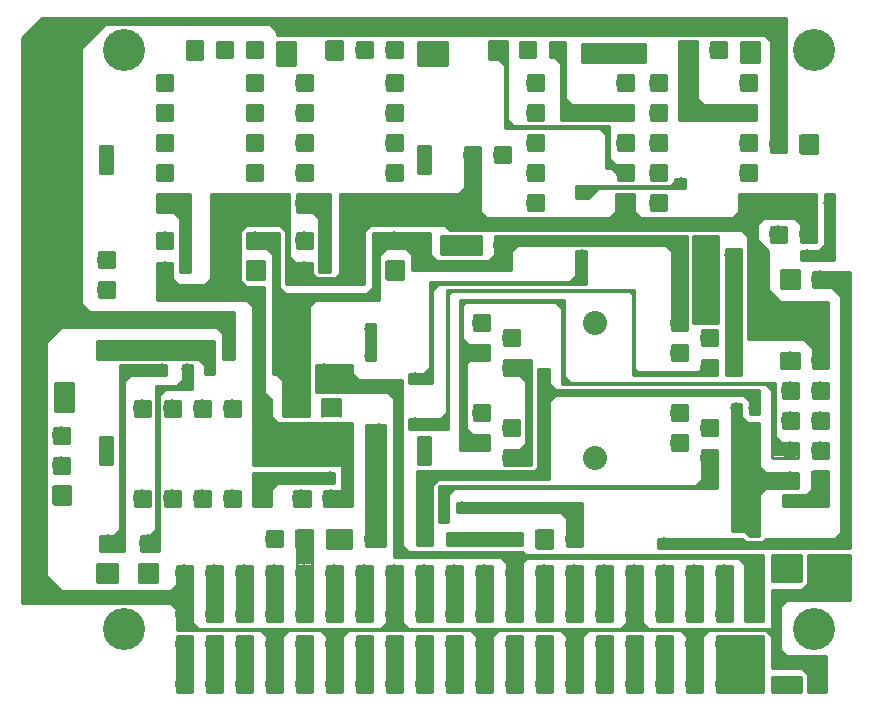
<source format=gtl>
*%FSLAX23Y23*%
*%MOIN*%
G01*
%ADD11C,0.001*%
%ADD12C,0.006*%
%ADD13C,0.007*%
%ADD14C,0.007*%
%ADD15C,0.008*%
%ADD16C,0.010*%
%ADD17C,0.012*%
%ADD18C,0.015*%
%ADD19C,0.020*%
%ADD20C,0.030*%
%ADD21C,0.040*%
%ADD22C,0.048*%
%ADD23C,0.060*%
%ADD24C,0.068*%
%ADD25C,0.070*%
%ADD26C,0.080*%
%ADD27C,0.088*%
%ADD28C,0.120*%
%ADD29C,0.140*%
%ADD30C,0.148*%
%ADD31C,0.180*%
%ADD32R,0.005X0.005*%
%ADD33R,0.009X0.009*%
%ADD34R,0.010X0.010*%
%ADD35R,0.015X0.015*%
%ADD36R,0.019X0.019*%
%ADD37R,0.020X0.020*%
%ADD38R,0.025X0.025*%
%ADD39R,0.029X0.029*%
%ADD40R,0.030X0.030*%
%ADD41R,0.030X0.030*%
%ADD42R,0.034X0.034*%
%ADD43R,0.035X0.035*%
%ADD44R,0.035X0.035*%
%ADD45R,0.035X0.050*%
%ADD46R,0.038X0.038*%
%ADD47R,0.039X0.039*%
%ADD48R,0.040X0.040*%
%ADD49R,0.043X0.043*%
%ADD50R,0.043X0.058*%
%ADD51R,0.045X0.045*%
%ADD52R,0.049X0.049*%
%ADD53R,0.050X0.035*%
%ADD54R,0.050X0.050*%
%ADD55R,0.055X0.055*%
%ADD56R,0.058X0.043*%
%ADD57R,0.059X0.059*%
%ADD58R,0.060X0.050*%
%ADD59R,0.060X0.060*%
%ADD60R,0.060X0.060*%
%ADD61R,0.065X0.065*%
%ADD62R,0.068X0.058*%
%ADD63R,0.068X0.068*%
%ADD64R,0.070X0.070*%
%ADD65R,0.075X0.075*%
%ADD66R,0.079X0.079*%
%ADD67R,0.080X0.080*%
%ADD68R,0.085X0.085*%
%ADD69R,0.090X0.090*%
%ADD70R,0.095X0.095*%
%ADD71R,0.105X0.105*%
%ADD72R,0.115X0.115*%
%ADD73R,0.120X0.120*%
%ADD74R,0.125X0.125*%
%ADD75R,0.140X0.140*%
%ADD76R,0.155X0.155*%
%ADD77R,0.185X0.185*%
D16*
X8730Y9037D02*
X8740Y9047D01*
X11220D01*
X8690Y8987D02*
Y8982D01*
X8695D02*
Y8995D01*
X8700Y8999D02*
Y8982D01*
X8705D02*
Y9007D01*
X8710D02*
Y8982D01*
X8715D02*
Y9014D01*
X8720Y9017D02*
Y8982D01*
X8725D02*
Y9022D01*
X8730Y9037D02*
Y8982D01*
X8755D02*
X8675D01*
Y8907D01*
Y8982D02*
X8730Y9037D01*
X8755D01*
X8805Y8017D02*
X8755Y7967D01*
Y7977D02*
X8795Y8017D01*
X8755Y7187D02*
X8805Y7137D01*
X8795D02*
X8755Y7177D01*
Y7167D02*
X8785Y7137D01*
X8675Y8907D02*
X8755Y8987D01*
Y8982D02*
X8680Y8907D01*
X8675D01*
X8685D02*
X8755Y8977D01*
Y8967D02*
X8695Y8907D01*
X8705D02*
X8755Y8957D01*
Y8947D02*
X8715Y8907D01*
X8725D02*
X8755Y8937D01*
Y8927D02*
X8735Y8907D01*
X8745D02*
X8755Y8917D01*
Y8907D02*
X8675D01*
Y7097D01*
X8755Y8062D02*
Y9037D01*
X8675Y7097D02*
X9180D01*
X8870Y8067D02*
Y9027D01*
X9415Y6962D02*
Y6827D01*
X9525Y7007D02*
X9690D01*
X9715Y6982D02*
Y6962D01*
X9525Y7007D02*
X9230D01*
X9290Y6987D02*
X9340D01*
X9290D02*
Y6802D01*
X9340D01*
Y6987D01*
X9390D02*
X9440D01*
X9390D02*
Y6802D01*
X9440D01*
Y6987D01*
X9490D02*
X9540D01*
X9490D02*
Y6802D01*
X9540D01*
Y6987D01*
X9590D02*
X9640D01*
X9590D02*
Y6802D01*
X9640D01*
Y6987D01*
X9690D02*
X9740D01*
X9690D02*
Y6802D01*
X9740D01*
Y6987D01*
X9790D02*
X9840D01*
X9790D02*
Y6802D01*
X9840D01*
Y6987D01*
X9890D02*
X9940D01*
X9890D02*
Y6802D01*
X9940D01*
Y6987D01*
X9990D02*
X10040D01*
X9990D02*
Y6802D01*
X10040D01*
Y6987D01*
X10090D02*
X10140D01*
X10090D02*
Y6802D01*
X10140D01*
Y6987D01*
X10190D02*
X10240D01*
X10190D02*
Y6802D01*
X10240D01*
Y6987D01*
X10290D02*
X10340D01*
X10290D02*
Y6802D01*
X10340D01*
Y6987D01*
X10390D02*
X10440D01*
X10390D02*
Y6802D01*
X10440D01*
Y6987D01*
X10490D02*
X10540D01*
X10490D02*
Y6802D01*
X10540D01*
Y6987D01*
X10590D02*
X10640D01*
X10590D02*
Y6802D01*
X10640D01*
Y6987D01*
X10690D02*
X10740D01*
X10690D02*
Y6802D01*
X10740D01*
Y6987D01*
X10790D02*
X10840D01*
X10790D02*
Y6802D01*
X10840D01*
Y6987D01*
X10890D02*
X10940D01*
X10890D02*
Y6802D01*
X10940D01*
Y6987D01*
X10990D02*
Y6802D01*
X11090D02*
X11140D01*
X11145D02*
Y6987D01*
X11140Y7222D02*
X11090D01*
X11085D02*
Y7037D01*
X11090D02*
X11140D01*
X11145D02*
Y7222D01*
X11040D02*
X10990D01*
Y7037D01*
X11040D01*
Y7222D01*
X10940D02*
X10890D01*
Y7037D01*
X10940D01*
Y7222D01*
X10840D02*
X10790D01*
Y7037D01*
X10840D01*
Y7222D01*
X10740D02*
X10690D01*
Y7037D01*
X10740D01*
Y7222D01*
X10640D02*
X10590D01*
Y7037D01*
X10640D01*
Y7222D01*
X10540D02*
X10490D01*
Y7037D01*
X10540D01*
Y7222D01*
X10440D02*
X10390D01*
Y7037D01*
X10440D01*
Y7222D01*
X10340D02*
X10290D01*
Y7037D01*
X10340D01*
Y7222D01*
X10240D02*
X10190D01*
Y7037D01*
X10240D01*
Y7222D01*
X10140D02*
X10090D01*
Y7037D01*
X10140D01*
Y7222D01*
X10040D02*
X9990D01*
Y7037D01*
X10040D01*
Y7222D01*
X9940D02*
X9890D01*
Y7037D01*
X9940D01*
Y7222D01*
X9840D02*
X9790D01*
Y7037D01*
X9840D01*
Y7222D01*
X9740D02*
X9690D01*
Y7037D01*
X9740D01*
Y7222D01*
X9640D02*
X9590D01*
Y7037D01*
X9640D01*
Y7222D01*
X9540D02*
X9490D01*
Y7037D01*
X9540D01*
Y7222D01*
X9440D02*
X9390D01*
Y7037D01*
X9440D01*
Y7222D01*
X9340D02*
X9290D01*
Y7037D01*
X9340D01*
Y7222D01*
X9240D02*
X9190D01*
Y7037D01*
X9240D01*
Y7222D01*
Y6987D02*
X9190D01*
Y6802D01*
X9240D01*
Y6987D01*
X11315Y7707D02*
X11335D01*
X9150Y8182D02*
Y8207D01*
X9640Y7342D02*
Y7222D01*
X9590D02*
Y7342D01*
X9445Y7422D02*
Y7532D01*
X9715D01*
Y7497D01*
X9505D01*
Y7422D02*
X9445D01*
X9505D02*
Y7497D01*
Y7487D02*
X9515Y7497D01*
X9525D02*
X9505Y7477D01*
X9635Y7472D02*
Y7422D01*
Y7472D02*
X9580D01*
Y7422D01*
X9635D01*
X9505Y7777D02*
X9445D01*
X9505D02*
Y7697D01*
X9445Y7777D02*
Y7557D01*
X9740D01*
Y7472D01*
X9680D01*
Y7422D01*
X9775D01*
Y7697D01*
X9505D01*
Y7707D02*
X9515Y7697D01*
X9525D02*
X9505Y7717D01*
X9580Y7722D02*
X9630D01*
Y8067D01*
X9190Y7137D02*
X8755D01*
X9180D02*
X9190Y7147D01*
Y7157D02*
X9170Y7137D01*
X9180Y7097D02*
X9190Y7087D01*
Y7077D02*
X9170Y7097D01*
X8765Y7137D02*
X8755Y7147D01*
Y7157D02*
X8775Y7137D01*
X9325Y8917D02*
X9375D01*
X9325D02*
Y8967D01*
X9375D01*
Y8917D01*
X9425D02*
X9475D01*
X9425D02*
Y8967D01*
X9475D01*
Y8917D01*
Y8807D02*
X9425D01*
Y8857D01*
X9475D01*
Y8807D01*
X9175D02*
X9125D01*
Y8857D01*
X9175D01*
Y8807D01*
X9590D02*
X9640D01*
X9590D02*
Y8857D01*
X9640D01*
Y8807D01*
Y8707D02*
X9590D01*
Y8757D01*
X9640D01*
Y8707D01*
X9475D02*
X9425D01*
Y8757D01*
X9475D01*
Y8707D01*
Y8607D02*
X9425D01*
Y8657D01*
X9475D01*
Y8607D01*
X9590D02*
X9640D01*
X9590D02*
Y8657D01*
X9640D01*
Y8607D01*
Y8507D02*
X9590D01*
Y8557D01*
X9640D01*
Y8507D01*
X9475D02*
X9425D01*
Y8557D01*
X9475D01*
Y8507D01*
X9175Y8607D02*
X9125D01*
Y8657D01*
X9175D01*
Y8607D01*
Y8707D02*
X9125D01*
Y8757D01*
X9175D01*
Y8707D01*
Y8507D02*
X9125D01*
Y8557D01*
X9175D01*
Y8507D01*
Y8282D02*
X9125D01*
Y8332D01*
X9175D01*
Y8282D01*
Y8182D02*
X9125D01*
Y8232D01*
X9175D01*
Y8182D01*
X9590D02*
X9640D01*
X9590D02*
Y8232D01*
X9640D01*
Y8182D01*
X9475Y8282D02*
X9425D01*
Y8332D01*
X9475D01*
Y8282D01*
X9590D02*
X9640D01*
X9590D02*
Y8332D01*
X9640D01*
Y8282D01*
X9890D02*
X9940D01*
X9890D02*
Y8332D01*
X9940D01*
Y8282D01*
X8980Y8217D02*
X8930D01*
Y8267D01*
X8980D01*
Y8217D01*
Y8117D02*
X8930D01*
Y8167D01*
X8980D01*
Y8117D01*
X10335Y8917D02*
X10385D01*
X10335D02*
Y8967D01*
X10385D01*
Y8917D01*
X10435D02*
X10485D01*
X10435D02*
Y8967D01*
X10485D01*
Y8917D01*
X9840D02*
X9790D01*
Y8967D01*
X9840D01*
Y8917D01*
X9890D02*
X9940D01*
X9890D02*
Y8967D01*
X9940D01*
Y8917D01*
Y8807D02*
X9890D01*
Y8857D01*
X9940D01*
Y8807D01*
Y8707D02*
X9890D01*
Y8757D01*
X9940D01*
Y8707D01*
Y8607D02*
X9890D01*
Y8657D01*
X9940D01*
Y8607D01*
Y8507D02*
X9890D01*
Y8557D01*
X9940D01*
Y8507D01*
X10250Y8567D02*
X10300D01*
X10250D02*
Y8617D01*
X10300D01*
Y8567D01*
X10360Y8407D02*
X10410D01*
X10360D02*
Y8457D01*
X10410D01*
Y8407D01*
Y8507D02*
X10360D01*
Y8557D01*
X10410D01*
Y8507D01*
Y8607D02*
X10360D01*
Y8657D01*
X10410D01*
Y8607D01*
Y8707D02*
X10360D01*
Y8757D01*
X10410D01*
Y8707D01*
Y8807D02*
X10360D01*
Y8857D01*
X10410D01*
Y8807D01*
X10660D02*
X10710D01*
X10660D02*
Y8857D01*
X10710D01*
Y8807D01*
Y8707D02*
X10660D01*
Y8757D01*
X10710D01*
Y8707D01*
Y8607D02*
X10660D01*
Y8657D01*
X10710D01*
Y8607D01*
Y8507D02*
X10660D01*
Y8557D01*
X10710D01*
Y8507D01*
X10770Y8407D02*
X10820D01*
X10770D02*
Y8457D01*
X10820D01*
Y8407D01*
Y8507D02*
X10770D01*
Y8557D01*
X10820D01*
Y8507D01*
Y8607D02*
X10770D01*
Y8657D01*
X10820D01*
Y8607D01*
Y8707D02*
X10770D01*
Y8757D01*
X10820D01*
Y8707D01*
Y8807D02*
X10770D01*
Y8857D01*
X10820D01*
Y8807D01*
X11070D02*
X11120D01*
X11070D02*
Y8857D01*
X11120D01*
Y8807D01*
Y8707D02*
X11070D01*
Y8757D01*
X11120D01*
Y8707D01*
Y8607D02*
X11070D01*
Y8657D01*
X11120D01*
Y8607D01*
Y8507D02*
X11070D01*
Y8557D01*
X11120D01*
Y8507D01*
X11170Y8302D02*
X11220D01*
X11170D02*
Y8352D01*
X11220D01*
Y8302D01*
X11270D02*
X11320D01*
X11270D02*
Y8352D01*
X11320D01*
Y8302D01*
X11260Y7782D02*
X11210D01*
Y7832D01*
X11260D01*
Y7782D01*
X11310D02*
X11360D01*
X11310D02*
Y7832D01*
X11360D01*
Y7782D01*
X11260Y7682D02*
X11210D01*
Y7732D01*
X11260D01*
Y7682D01*
X11310Y7582D02*
X11360D01*
X11310D02*
Y7632D01*
X11360D01*
Y7582D01*
Y7682D02*
X11310D01*
Y7732D01*
X11360D01*
Y7682D01*
X11260Y7632D02*
Y7582D01*
Y7532D02*
X11210D01*
X11260D02*
Y7482D01*
X10890Y8007D02*
X10840D01*
Y8057D01*
X10890D01*
Y8007D01*
Y7907D02*
X10840D01*
Y7957D01*
X10890D01*
Y7907D01*
X10940Y7957D02*
X10990D01*
X10940D02*
Y8007D01*
X10990D01*
Y7957D01*
Y7857D02*
X10940D01*
Y7907D01*
X10990D01*
Y7857D01*
X10890Y7707D02*
X10840D01*
Y7757D01*
X10890D01*
Y7707D01*
X10940Y7657D02*
X10990D01*
X10940D02*
Y7707D01*
X10990D01*
Y7657D01*
X10890Y7607D02*
X10840D01*
Y7657D01*
X10890D01*
Y7607D01*
X10940D02*
X10990D01*
X10230Y8007D02*
X10180D01*
Y8057D01*
X10230D01*
Y8007D01*
Y7957D02*
Y7907D01*
X10280Y7957D02*
X10330D01*
X10280D02*
Y8007D01*
X10330D01*
Y7957D01*
X10280Y7907D02*
Y7857D01*
Y7657D02*
X10330D01*
X10280D02*
Y7707D01*
X10330D01*
Y7657D01*
X10230Y7707D02*
X10180D01*
Y7757D01*
X10230D01*
Y7707D01*
Y7657D02*
X10180D01*
X10280Y7607D02*
Y7557D01*
X9540Y7287D02*
X9490D01*
Y7337D01*
X9540D01*
Y7287D01*
X9820D02*
Y7337D01*
X10490Y7287D02*
X10540D01*
X8985Y7272D02*
X8935D01*
Y7322D01*
X8985D01*
Y7272D01*
X9070D02*
X9120D01*
X9070D02*
Y7322D01*
X9120D01*
Y7272D01*
X8830Y7532D02*
X8780D01*
Y7582D01*
X8830D01*
Y7532D01*
Y7632D02*
X8780D01*
Y7682D01*
X8830D01*
Y7632D01*
X9050Y7422D02*
X9100D01*
X9050D02*
Y7472D01*
X9100D01*
Y7422D01*
X9150D02*
X9200D01*
X9150D02*
Y7472D01*
X9200D01*
Y7422D01*
X9250D02*
X9300D01*
X9250D02*
Y7472D01*
X9300D01*
Y7422D01*
X9350D02*
X9400D01*
X9350D02*
Y7472D01*
X9400D01*
Y7422D01*
Y7722D02*
X9350D01*
Y7772D01*
X9400D01*
Y7722D01*
X9300D02*
X9250D01*
Y7772D01*
X9300D01*
Y7722D01*
X9200D02*
X9150D01*
Y7772D01*
X9200D01*
Y7722D01*
X9100D02*
X9050D01*
Y7772D01*
X9100D01*
Y7722D01*
X8935Y8532D02*
Y8622D01*
Y8532D02*
X8975D01*
Y8622D01*
X8935D01*
X9995Y7652D02*
Y7562D01*
X10035D01*
Y7652D01*
X9995D01*
X8935D02*
Y7562D01*
X8975D01*
Y7652D01*
X8935D01*
X9995Y8532D02*
Y8622D01*
Y8532D02*
X10035D01*
Y8622D01*
X9995D01*
X9585Y8892D02*
X9525D01*
Y8967D01*
X9585D01*
Y8892D01*
X9995Y8967D02*
X10055D01*
X9995D02*
Y8892D01*
X10055D01*
Y8967D01*
X9510Y8282D02*
X9475D01*
X9510D02*
Y8107D01*
X9865D01*
Y8282D01*
X9530Y8332D02*
X9475D01*
X9530D02*
Y8127D01*
X9845D01*
Y8332D01*
X9520Y8462D02*
X9475D01*
X9845Y8332D02*
X9890D01*
Y8282D02*
X9865D01*
X9890Y8237D02*
X9945D01*
Y8177D01*
X9890D01*
Y8237D01*
X9865Y8272D02*
X9875Y8282D01*
X9885D02*
X9865Y8262D01*
X9845Y8137D02*
X9835Y8127D01*
X9825D02*
X9845Y8147D01*
X9540Y8127D02*
X9530Y8137D01*
Y8147D02*
X9550Y8127D01*
X9510Y8272D02*
X9500Y8282D01*
X9490D02*
X9510Y8262D01*
X10140Y8462D02*
X10150Y8472D01*
Y8482D02*
X10130Y8462D01*
X10115Y8357D02*
X9945D01*
X11320Y8352D02*
Y8462D01*
X11065D01*
X11125Y8342D02*
X10325D01*
X11125D02*
Y8382D01*
X11270D01*
Y8352D01*
X11135Y8382D02*
X11125Y8372D01*
Y8362D02*
X11145Y8382D01*
X11260D02*
X11270Y8372D01*
Y8362D02*
X11250Y8382D01*
X9630Y8107D02*
Y8067D01*
Y8097D02*
X9640Y8107D01*
X9650D02*
X9630Y8087D01*
X8755Y8017D02*
Y7137D01*
Y8007D02*
X8765Y8017D01*
X8775D02*
X8755Y7997D01*
Y7987D02*
X8785Y8017D01*
X8755Y9037D02*
X9525D01*
Y8992D01*
X11130D01*
X11170D01*
Y8602D01*
X11220D01*
Y9047D01*
X11160Y8992D02*
X11170Y8982D01*
Y8972D02*
X11150Y8992D01*
X9525Y9027D02*
X8755D01*
X9510D02*
X9525Y9012D01*
Y9002D02*
X9500Y9027D01*
X8879Y9026D02*
X8869Y9016D01*
Y9006D02*
X8889Y9026D01*
X8899D02*
X8869Y8996D01*
X9590Y8402D02*
X9665D01*
X9590D02*
Y8462D01*
X9700D01*
X9655Y8402D02*
X9665Y8392D01*
Y8382D02*
X9645Y8402D01*
X9555Y8357D02*
X9475D01*
X9555D02*
Y8162D01*
X9565Y8232D02*
Y8382D01*
Y8232D02*
X9590D01*
X9555Y8162D02*
X9815D01*
X9665Y8202D02*
Y8402D01*
X9700Y8462D02*
Y8202D01*
X9665D01*
X9640Y8182D02*
X9735D01*
Y8462D01*
X9945D01*
X9650Y8182D02*
X9640Y8192D01*
Y8197D02*
X9655Y8182D01*
X9725D02*
X9735Y8192D01*
Y8197D02*
X9720Y8182D01*
X9815Y8162D02*
Y8402D01*
X9945Y8462D02*
X10150D01*
X9945Y8357D02*
X9815D01*
Y8347D02*
X9825Y8357D01*
X9835D02*
X9815Y8337D01*
X9015Y7272D02*
X8985D01*
X9015D02*
Y7857D01*
X9000Y7322D02*
X8985D01*
X9000D02*
Y7892D01*
X9155D01*
Y7857D01*
X9015D01*
Y7847D02*
X9025Y7857D01*
X9035D02*
X9015Y7837D01*
X9000Y7332D02*
X8990Y7322D01*
X8980D02*
X9000Y7342D01*
X9120Y7272D02*
Y7822D01*
X9210D01*
Y7892D01*
X9240D01*
Y7812D01*
X9130D01*
Y7272D01*
X9120D01*
X9110Y7322D02*
X9120Y7332D01*
Y7342D02*
X9100Y7322D01*
X9130Y7802D02*
X9140Y7812D01*
X9150D02*
X9130Y7792D01*
X9200Y7822D02*
X9210Y7832D01*
Y7842D02*
X9190Y7822D01*
X8780Y7487D02*
Y7427D01*
X8835D01*
Y7487D01*
X8780D01*
X9225Y8972D02*
X9275D01*
Y8912D01*
X9225D01*
Y8972D01*
X9740D02*
Y8912D01*
X9690D01*
Y8972D01*
X9740D01*
X10290D02*
Y8912D01*
X10230D01*
Y8972D01*
X10290D01*
X10925D02*
Y8912D01*
X10865D01*
Y8972D01*
X10925D01*
X9200Y8402D02*
Y8202D01*
Y8402D02*
X9125D01*
Y8462D01*
X9200Y8202D02*
X9235D01*
Y8462D01*
X9125D01*
X9190Y8402D02*
X9200Y8392D01*
Y8382D02*
X9180Y8402D01*
X9175Y8182D02*
Y8157D01*
X9125Y8182D02*
Y8107D01*
X9400D01*
X9305Y8157D02*
X9175D01*
X9305D02*
Y8462D01*
X9520D01*
X9185Y8157D02*
X9175Y8167D01*
Y8177D02*
X9195Y8157D01*
X9295D02*
X9305Y8167D01*
Y8177D02*
X9285Y8157D01*
X9400Y8357D02*
X9475D01*
X9400D02*
Y8107D01*
X9425Y8237D02*
X9480D01*
X9400Y8347D02*
X9410Y8357D01*
X9420D02*
X9400Y8337D01*
X9520Y8462D02*
X9565D01*
Y8382D01*
Y8242D02*
X9575Y8232D01*
X9585D02*
X9565Y8252D01*
X9555Y8347D02*
X9545Y8357D01*
X9535D02*
X9555Y8337D01*
X10150Y8617D02*
X10200D01*
X10150D02*
Y8462D01*
X9125Y7227D02*
X9065D01*
X9125D02*
Y7167D01*
X9065D01*
Y7227D01*
X8990Y7222D02*
X8985D01*
X8990D02*
Y7167D01*
X8925D01*
Y7227D01*
X8990D01*
Y7222D01*
X9590Y7342D02*
X9640D01*
X10100Y8342D02*
X10325D01*
X10100D02*
Y8357D01*
X10085D02*
X10100Y8342D01*
X11065Y8382D02*
Y8462D01*
Y8382D02*
X10200D01*
Y8392D02*
X10210Y8382D01*
X10220D02*
X10200Y8402D01*
X11055Y8382D02*
X11065Y8392D01*
Y8402D02*
X11045Y8382D01*
X10205Y8322D02*
X10070D01*
Y8262D01*
X10205D01*
Y8322D01*
X9770Y7342D02*
X9690D01*
Y7282D01*
X9770D01*
Y7342D01*
X10390D02*
X10440D01*
Y7282D01*
X10390D01*
Y7342D01*
X8925Y7912D02*
Y7972D01*
X10340Y7267D02*
Y7222D01*
X10290D02*
Y7252D01*
X10340Y7267D02*
X9940D01*
X9915Y7252D02*
X10290D01*
X9950Y7267D02*
X9940Y7277D01*
Y7287D02*
X9960Y7267D01*
X10280Y7252D02*
X10290Y7242D01*
Y7232D02*
X10270Y7252D01*
X9190Y7037D02*
Y7007D01*
X9240D02*
Y7037D01*
X9190Y7007D02*
X11200D01*
Y7012D02*
X9190D01*
X10690D02*
Y7037D01*
X10740D02*
Y7012D01*
X10540Y7007D02*
Y6987D01*
X10490D02*
Y7007D01*
X10190D02*
Y6987D01*
X10240D02*
Y7007D01*
X9940Y7012D02*
Y7037D01*
X9890D02*
Y7012D01*
X9740Y7007D02*
Y6987D01*
X9690D02*
Y7007D01*
X9540D02*
Y6987D01*
X9490D02*
Y7007D01*
X9540Y6997D02*
X9550Y7007D01*
X9490Y6997D02*
X9480Y7007D01*
X9740Y6997D02*
X9750Y7007D01*
X9690Y6997D02*
X9680Y7007D01*
X9740Y6987D02*
X9760Y7007D01*
X9690Y6987D02*
X9670Y7007D01*
X9880Y7012D02*
X9890Y7022D01*
Y7032D02*
X9870Y7012D01*
X9940Y7022D02*
X9950Y7012D01*
X9960D02*
X9940Y7032D01*
X9490Y6987D02*
X9470Y7007D01*
X9540Y6987D02*
X9560Y7007D01*
X9250Y7012D02*
X9240Y7022D01*
Y7032D02*
X9260Y7012D01*
X10240Y6997D02*
X10250Y7007D01*
X10260D02*
X10240Y6987D01*
X10190Y6997D02*
X10180Y7007D01*
X10170D02*
X10190Y6987D01*
X10480Y7007D02*
X10490Y6997D01*
X10540D02*
X10550Y7007D01*
X10560D02*
X10540Y6987D01*
X10490D02*
X10470Y7007D01*
X10680Y7012D02*
X10690Y7022D01*
X10740D02*
X10750Y7012D01*
X10760D02*
X10740Y7032D01*
X10690D02*
X10670Y7012D01*
X10890Y7007D02*
Y6987D01*
X10940D02*
Y7007D01*
Y6997D02*
X10950Y7007D01*
X10890Y6997D02*
X10880Y7007D01*
X10870D02*
X10890Y6987D01*
X10940D02*
X10960Y7007D01*
X10990Y6802D02*
X11145D01*
Y6987D02*
X10990D01*
X11175Y6852D02*
X11270D01*
X11175D02*
Y6802D01*
X11270D01*
Y6852D01*
X11295Y6802D02*
X11355D01*
Y6922D01*
X11295Y6882D02*
Y6802D01*
Y6882D02*
X11175D01*
X11200Y6922D02*
X11355D01*
X11295Y6872D02*
X11285Y6882D01*
X11275D02*
X11295Y6862D01*
X11175Y6882D02*
Y7007D01*
X11200D02*
Y6922D01*
Y6932D02*
X11210Y6922D01*
X11220D02*
X11200Y6942D01*
X11175Y6997D02*
X11165Y7007D01*
X11155D02*
X11175Y6987D01*
Y7012D02*
Y7142D01*
X11295D01*
X11200Y7107D02*
Y7007D01*
Y7097D02*
X11210Y7107D01*
X11220D02*
X11200Y7087D01*
X11285Y7142D02*
X11295Y7152D01*
Y7162D02*
X11275Y7142D01*
X11270Y7172D02*
X11175D01*
X11070Y8952D02*
Y8967D01*
X11130D01*
Y8902D01*
X11070D01*
Y8952D01*
X10995Y8942D02*
Y8967D01*
X11020D01*
Y8917D01*
X10970D01*
Y8967D01*
X10995D01*
X11270Y8272D02*
Y8242D01*
X11380D01*
Y8462D01*
X11350D01*
Y8272D01*
X11270D01*
X11340D02*
X11350Y8282D01*
Y8292D02*
X11330Y8272D01*
X10715Y8382D02*
Y8462D01*
X10655D01*
Y8382D01*
X10715Y8392D02*
X10725Y8382D01*
X10735D02*
X10715Y8402D01*
X10655Y8392D02*
X10645Y8382D01*
X10635D02*
X10655Y8402D01*
X10750Y8902D02*
X10540D01*
X10750D02*
Y8962D01*
X10540D01*
Y8902D01*
X10925Y8912D02*
Y8757D01*
X11070D01*
X10865Y8707D02*
Y8912D01*
Y8707D02*
X11070D01*
X10935Y8757D02*
X10925Y8767D01*
Y8777D02*
X10945Y8757D01*
X10090Y8967D02*
X10055D01*
Y8892D02*
X10090D01*
Y8967D01*
X10485Y8917D02*
Y8757D01*
X10660D01*
X10470Y8707D02*
Y8917D01*
Y8707D02*
X10660D01*
X10495Y8757D02*
X10485Y8767D01*
Y8777D02*
X10505Y8757D01*
X10470Y8907D02*
X10460Y8917D01*
X10450D02*
X10470Y8897D01*
X10290Y8912D02*
Y8687D01*
X10630D01*
Y8557D01*
X10660D01*
Y8547D02*
X10620D01*
Y8687D01*
Y8682D02*
X10285D01*
Y8912D01*
X10275D02*
X10285Y8902D01*
Y8892D02*
X10265Y8912D01*
X10290Y8697D02*
X10300Y8687D01*
X10310D02*
X10290Y8707D01*
X10610Y8682D02*
X10620Y8672D01*
Y8662D02*
X10600Y8682D01*
X10630Y8567D02*
X10640Y8557D01*
X10650D02*
X10630Y8577D01*
X10650Y8547D02*
X10660Y8537D01*
Y8527D02*
X10640Y8547D01*
X10275Y8292D02*
X10250Y8267D01*
X9975Y8282D02*
X9940D01*
X9975D02*
Y8207D01*
X9940Y8332D02*
X10035D01*
Y8237D01*
X9975Y8272D02*
X9965Y8282D01*
X9955D02*
X9975Y8262D01*
X10035Y8237D02*
X10250D01*
Y8322D01*
X10305D01*
X10250Y8247D02*
X10240Y8237D01*
X10230D02*
X10250Y8257D01*
X10045Y8237D02*
X10035Y8247D01*
Y8257D02*
X10055Y8237D01*
X9890Y8282D02*
X9865Y8257D01*
X10305Y8237D02*
Y8322D01*
X8785Y7832D02*
Y7737D01*
Y7832D02*
X8845D01*
Y7737D01*
X8785D01*
X10200Y8382D02*
Y8617D01*
X10340Y7247D02*
X11085D01*
Y7222D01*
X11145Y7257D02*
X10340D01*
X11145D02*
Y7222D01*
X11085Y7237D02*
X11075Y7247D01*
X11065D02*
X11085Y7227D01*
X10350Y7257D02*
X10340Y7267D01*
X10350Y7247D02*
X10340Y7237D01*
Y7232D02*
X10355Y7247D01*
X11310Y7457D02*
Y7537D01*
Y7457D02*
X11210D01*
Y7422D01*
X11360D01*
Y7537D01*
X11310D01*
Y7467D02*
X11300Y7457D01*
X11290D02*
X11310Y7477D01*
X11435Y7282D02*
X10795D01*
Y7312D01*
X11075D01*
Y7302D01*
X11155D01*
Y7312D01*
X11085Y7302D02*
X11075Y7312D01*
X11145Y7302D02*
X11155Y7312D01*
X11130Y7322D02*
X11100D01*
X11155Y7312D02*
X11405D01*
X11395D02*
X11405Y7322D01*
Y7332D02*
X11385Y7312D01*
X11270Y7257D02*
X11175D01*
Y7172D01*
X11270D02*
Y7257D01*
X11210Y7107D02*
X11435D01*
Y7257D01*
X11295D01*
Y7142D01*
X9820Y7337D02*
Y7692D01*
X10280Y7607D02*
X10355D01*
Y7857D01*
Y7617D02*
X10345Y7607D01*
X10335D02*
X10355Y7627D01*
X10370Y7557D02*
X10280D01*
X10370D02*
Y7907D01*
X10280D01*
Y7857D02*
X10355D01*
X10345D02*
X10355Y7847D01*
Y7837D02*
X10335Y7857D01*
X10230Y7657D02*
Y7607D01*
X10135D01*
X10815Y7832D02*
X11185D01*
Y7632D01*
X11260D01*
X11195D02*
X11185Y7642D01*
Y7652D02*
X11205Y7632D01*
X10430Y7542D02*
Y7512D01*
X10395Y7537D02*
Y7542D01*
X10430Y7512D02*
X10040D01*
X9990Y7537D02*
X10395D01*
X9990D02*
Y7292D01*
X10040D01*
Y7512D01*
Y7502D02*
X10050Y7512D01*
X10060D02*
X10040Y7492D01*
X10395Y7542D02*
Y7877D01*
X10430D01*
Y7542D01*
X10395Y7547D02*
X10385Y7537D01*
X10885Y8482D02*
Y8497D01*
X10180Y7657D02*
X10155D01*
Y7907D01*
X11175Y7582D02*
X11260D01*
X11175D02*
Y7827D01*
X10805D01*
X10150Y7957D02*
X10140Y7967D01*
X10155Y7667D02*
X10165Y7657D01*
X10175D02*
X10155Y7677D01*
X10980Y8102D02*
X10995Y8087D01*
Y8277D01*
X10965D01*
Y8087D01*
X10995D01*
X10940Y7867D02*
X10715D01*
X10815Y7832D02*
X10480D01*
X10475Y7827D02*
X10805D01*
X10480Y7832D02*
Y8107D01*
X10135D02*
Y7607D01*
Y8107D02*
X10480D01*
X10475D02*
Y7827D01*
Y8102D02*
X10140D01*
Y7957D01*
Y8092D02*
X10150Y8102D01*
X10465D02*
X10475Y8092D01*
Y8082D02*
X10455Y8102D01*
X10480Y7842D02*
X10490Y7832D01*
X10500D02*
X10480Y7852D01*
X11165Y7827D02*
X11175Y7817D01*
Y7807D02*
X11155Y7827D01*
X10940Y7857D02*
X10710D01*
X10715Y7867D02*
Y8142D01*
X10710Y8137D02*
Y7857D01*
X10005Y7677D02*
X9965D01*
X9285Y7912D02*
X8925D01*
X9285D02*
Y7862D01*
X9315D01*
Y7972D01*
X8925D01*
X9275Y7912D02*
X9285Y7902D01*
Y7892D02*
X9265Y7912D01*
X9445Y7962D02*
Y7777D01*
X9345Y8017D02*
X8755D01*
X9345D02*
Y7912D01*
X9380Y8067D02*
X8755D01*
X9380D02*
Y7912D01*
X9345D01*
X9425Y8177D02*
Y8237D01*
Y8177D02*
X9480D01*
Y8237D01*
X9445Y8107D02*
Y7962D01*
Y8107D02*
X9400D01*
X9435D02*
X9445Y8097D01*
Y8087D02*
X9425Y8107D01*
X9400Y8152D02*
X9480D01*
Y7777D01*
X9410Y8152D02*
X9400Y8162D01*
Y8172D02*
X9420Y8152D01*
X9480Y7787D02*
X9490Y7777D01*
X9500D02*
X9480Y7797D01*
X9510Y7862D02*
Y8107D01*
Y7862D02*
X9545D01*
Y7722D01*
X9580D01*
X9545Y7852D02*
X9535Y7862D01*
X9525D02*
X9545Y7842D01*
X9345Y8007D02*
X9335Y8017D01*
X9325D02*
X9345Y7997D01*
X9675Y7777D02*
Y7722D01*
Y7777D02*
X9735D01*
Y7722D01*
X10930Y7867D02*
X10940Y7877D01*
X10725Y7867D02*
X10715Y7877D01*
X10710Y8127D02*
X10700Y8137D01*
X11040Y7762D02*
X11070D01*
X11040D02*
Y7482D01*
X11130Y7727D02*
Y7807D01*
X10430D01*
X11100Y7727D02*
X11130D01*
X11100D02*
Y7792D01*
X10430D01*
Y7782D02*
X10440Y7792D01*
Y7807D02*
X10430Y7817D01*
Y7827D02*
X10450Y7807D01*
Y7792D02*
X10430Y7772D01*
X11090Y7792D02*
X11100Y7782D01*
Y7772D02*
X11080Y7792D01*
X10340Y7332D02*
Y7292D01*
Y7332D02*
X10090D01*
Y7292D01*
X10340D01*
X10155Y7897D02*
X10165Y7907D01*
X10135Y7957D02*
X10230D01*
X10160D02*
X10140Y7977D01*
X10155Y7907D02*
X10230D01*
X10540Y7432D02*
Y7287D01*
X10490D02*
Y7402D01*
X10125D01*
Y7432D01*
X10540D01*
X10490Y7392D02*
X10480Y7402D01*
X10470D02*
X10490Y7382D01*
X10095Y7367D02*
X10065D01*
Y7487D01*
X10940D01*
X10095Y7482D02*
Y7367D01*
Y7482D02*
X10990D01*
X10940Y7487D02*
Y7607D01*
X10990D02*
Y7482D01*
X10940Y7497D02*
X10930Y7487D01*
X10920D02*
X10940Y7507D01*
X10105Y7482D02*
X10095Y7472D01*
Y7462D02*
X10115Y7482D01*
X9655Y7862D02*
Y7892D01*
X11070Y7872D02*
Y7857D01*
X11040D01*
X11020Y8152D02*
Y8277D01*
X11070D01*
Y7857D01*
X11095Y8332D02*
X11085Y8342D01*
X11075D02*
X11095Y8322D01*
X10095Y7677D02*
X10005D01*
X10095D02*
Y8137D01*
Y8127D02*
X10105Y8137D01*
X9965Y7712D02*
Y7677D01*
Y7712D02*
X10090D01*
Y8142D01*
X10715D01*
X10710Y8137D02*
X10095D01*
X10090Y7722D02*
X10080Y7712D01*
X10070D02*
X10090Y7732D01*
X9655Y7802D02*
Y7862D01*
Y7802D02*
X9935D01*
X9775Y7892D02*
X9655D01*
X9775D02*
Y7842D01*
X9940D01*
Y7267D01*
X9915Y7252D02*
Y7802D01*
X9905D02*
X9915Y7792D01*
Y7782D02*
X9895Y7802D01*
X9785Y7842D02*
X9775Y7852D01*
Y7862D02*
X9795Y7842D01*
X9820Y7287D02*
X9885D01*
Y7692D01*
X9820D01*
Y8012D02*
Y8027D01*
X9850D01*
Y7907D01*
X9820D01*
Y8027D01*
X10520Y8482D02*
X10885D01*
X10520D02*
Y8447D01*
X10560D01*
Y8482D01*
Y8472D02*
X10570Y8482D01*
X10580D02*
X10560Y8462D01*
Y8457D02*
X10585Y8482D01*
X10595D02*
X10560Y8447D01*
X10520Y8482D02*
Y8487D01*
X10850D01*
Y8512D01*
X10885D01*
Y8482D01*
X10850Y8497D02*
X10840Y8487D01*
X10835D02*
X10850Y8502D01*
X10890Y8322D02*
X10305D01*
X10890D02*
Y8057D01*
X10840D02*
Y8292D01*
X10305D01*
Y8282D02*
X10315Y8292D01*
X10325D02*
X10305Y8272D01*
Y8237D02*
Y8207D01*
X9975D01*
X10830Y8292D02*
X10840Y8282D01*
Y8272D02*
X10820Y8292D01*
X10555Y8272D02*
X10540D01*
X10555D02*
Y8162D01*
X10540Y8272D02*
X10520D01*
Y8167D01*
X10555Y8162D02*
X10065D01*
X10035Y8167D02*
X10520D01*
X10065Y8162D02*
X10040D01*
X10035Y8167D02*
Y7842D01*
X10040Y7832D02*
Y8157D01*
X10510Y8167D02*
X10520Y8177D01*
Y8187D02*
X10500Y8167D01*
X10050Y8162D02*
X10040Y8152D01*
Y8142D02*
X10060Y8162D01*
X10040Y7832D02*
X9965D01*
Y7862D01*
X10035D01*
X10025D02*
X10035Y7872D01*
Y7882D02*
X10015Y7862D01*
X8879Y8066D02*
X8869Y8076D01*
Y8086D02*
X8889Y8066D01*
X8899D02*
X8869Y8096D01*
X10995Y8277D02*
Y8322D01*
X10910D01*
Y8032D01*
X10995D01*
Y8087D01*
X11020Y8152D02*
Y7857D01*
X11040D01*
X11070Y7697D02*
X11130D01*
X11080D02*
X11070Y7707D01*
Y7717D02*
X11090Y7697D01*
X11100Y7337D02*
X11040D01*
Y7482D01*
X11090Y7337D02*
X11100Y7327D01*
Y7322D02*
X11085Y7337D01*
X11130Y7322D02*
Y7697D01*
X11070D02*
Y7762D01*
X11130Y7532D02*
X11210D01*
X11260Y7482D02*
X11130D01*
X11140Y7532D02*
X11130Y7542D01*
Y7552D02*
X11150Y7532D01*
X11140Y7482D02*
X11130Y7472D01*
Y7462D02*
X11150Y7482D01*
X11270Y8657D02*
X11325D01*
X11270D02*
Y8597D01*
X11325D01*
Y8657D01*
X11405Y8152D02*
Y7312D01*
Y8152D02*
X11310D01*
Y8202D01*
X11435D01*
Y7282D01*
X11405Y8142D02*
X11395Y8152D01*
X11385D02*
X11405Y8132D01*
Y8122D02*
X11375Y8152D01*
X11265Y8147D02*
Y8207D01*
Y8147D02*
X11205D01*
Y8207D01*
X11265D01*
Y7882D02*
X11235D01*
X11265D02*
Y7932D01*
X11205D01*
Y7882D01*
X11235D01*
X11095Y7977D02*
Y8332D01*
Y7977D02*
X11310D01*
Y7882D01*
X11360D01*
Y8102D01*
X11160D01*
Y8272D01*
X11125D01*
Y8342D01*
Y8282D02*
X11135Y8272D01*
X11145D02*
X11125Y8292D01*
Y8302D02*
X11155Y8272D01*
X11125Y8307D02*
Y8312D01*
Y8307D02*
X11160Y8272D01*
Y8112D02*
X11170Y8102D01*
X11180D02*
X11160Y8122D01*
Y8132D02*
X11190Y8102D01*
X11200D02*
X11160Y8142D01*
X11300Y7977D02*
X11310Y7967D01*
Y7957D02*
X11290Y7977D01*
X11280D02*
X11310Y7947D01*
X8910Y9027D02*
X8870Y8987D01*
Y8977D02*
X8920Y9027D01*
X8930D02*
X8870Y8967D01*
Y8957D02*
X8940Y9027D01*
X8950D02*
X8870Y8947D01*
D21*
X11245Y6827D02*
D03*
X11235Y7442D02*
D03*
X9140Y7877D02*
D03*
X9225D02*
D03*
X9700Y7517D02*
D03*
X10075Y8932D02*
D03*
X9565Y8942D02*
D03*
X9680Y8217D02*
D03*
X9220D02*
D03*
X9300Y7877D02*
D03*
X9680D02*
D03*
X11190Y7242D02*
D03*
X11100Y8932D02*
D03*
X11365Y8432D02*
D03*
X11290Y8257D02*
D03*
X8815Y7812D02*
D03*
X10315Y7312D02*
D03*
X10930Y8362D02*
D03*
X10720Y8932D02*
D03*
X10815Y7297D02*
D03*
X11115Y7337D02*
D03*
Y7502D02*
D03*
Y7747D02*
D03*
X10015Y7312D02*
D03*
X10115D02*
D03*
X10415Y7862D02*
D03*
Y7527D02*
D03*
X10980Y8257D02*
D03*
X10870Y8497D02*
D03*
X10980Y8102D02*
D03*
X11035Y8257D02*
D03*
X9985Y7697D02*
D03*
X9360Y7932D02*
D03*
X9530D02*
D03*
X9865Y7677D02*
D03*
X11055Y7747D02*
D03*
Y7872D02*
D03*
X9835Y7922D02*
D03*
X11370Y7237D02*
D03*
X9835Y8012D02*
D03*
X10540Y8462D02*
D03*
Y8257D02*
D03*
X9985Y7847D02*
D03*
X10080Y7382D02*
D03*
X10140Y7417D02*
D03*
X8955Y7582D02*
D03*
Y8552D02*
D03*
Y8602D02*
D03*
Y7632D02*
D03*
X10015Y8552D02*
D03*
Y8602D02*
D03*
Y7582D02*
D03*
Y7632D02*
D03*
D23*
X10205Y8032D02*
D03*
X10305Y7982D02*
D03*
X10205Y7932D02*
D03*
Y7732D02*
D03*
Y7632D02*
D03*
X10305Y7882D02*
D03*
Y7682D02*
D03*
Y7582D02*
D03*
X10865Y8032D02*
D03*
X10965Y7982D02*
D03*
X10865Y7932D02*
D03*
Y7732D02*
D03*
Y7632D02*
D03*
X10965Y7882D02*
D03*
Y7682D02*
D03*
Y7582D02*
D03*
X9915Y8942D02*
D03*
X10460D02*
D03*
X9815D02*
D03*
X10360D02*
D03*
X9150Y8307D02*
D03*
X9615D02*
D03*
X10275Y8592D02*
D03*
X11195Y8327D02*
D03*
X9605Y7747D02*
D03*
X9450Y8307D02*
D03*
X8960Y7297D02*
D03*
X9095D02*
D03*
X9515Y7312D02*
D03*
X8805Y7657D02*
D03*
X11235Y7607D02*
D03*
X8805Y7557D02*
D03*
X9605Y7447D02*
D03*
X11335Y7707D02*
D03*
X10515Y7312D02*
D03*
X9705Y7447D02*
D03*
X9150Y8207D02*
D03*
X9615D02*
D03*
X10175Y8592D02*
D03*
X11295Y8327D02*
D03*
X10995Y8942D02*
D03*
X11015Y7062D02*
D03*
X10915D02*
D03*
X10315D02*
D03*
X10815D02*
D03*
X10615D02*
D03*
X10515D02*
D03*
X10415D02*
D03*
X10215D02*
D03*
X10115D02*
D03*
X10015D02*
D03*
X9815D02*
D03*
X9715D02*
D03*
X9615D02*
D03*
X9515D02*
D03*
X9415D02*
D03*
X9315D02*
D03*
X11115Y6962D02*
D03*
X11015D02*
D03*
X10815D02*
D03*
X10715D02*
D03*
X10615D02*
D03*
X10415D02*
D03*
X10315D02*
D03*
X10115D02*
D03*
X10015D02*
D03*
X9915D02*
D03*
X9815D02*
D03*
X9615D02*
D03*
X10515D02*
D03*
X10215D02*
D03*
X9915Y7062D02*
D03*
X9715Y6962D02*
D03*
X9515D02*
D03*
X9215Y7062D02*
D03*
X10915Y6962D02*
D03*
X10715Y7062D02*
D03*
X9415Y6962D02*
D03*
X9315D02*
D03*
X9215D02*
D03*
X11235Y7807D02*
D03*
X11335D02*
D03*
X11235Y7707D02*
D03*
X11335Y7607D02*
D03*
X11235Y7507D02*
D03*
X11015Y7197D02*
D03*
X10915D02*
D03*
X10315D02*
D03*
X9915D02*
D03*
X9215D02*
D03*
X10715D02*
D03*
X10815D02*
D03*
X10615D02*
D03*
X10515D02*
D03*
X10415D02*
D03*
X10215D02*
D03*
X10115D02*
D03*
X10015D02*
D03*
X9815D02*
D03*
X9715D02*
D03*
X9615D02*
D03*
X9515D02*
D03*
X9415D02*
D03*
X9315D02*
D03*
X9415Y6827D02*
D03*
X10215D02*
D03*
X9715D02*
D03*
X9515D02*
D03*
X10915D02*
D03*
X10515D02*
D03*
X11015D02*
D03*
X10815D02*
D03*
X10715D02*
D03*
X10615D02*
D03*
X10415D02*
D03*
X10315D02*
D03*
X10115D02*
D03*
X10015D02*
D03*
X9915D02*
D03*
X9815D02*
D03*
X9615D02*
D03*
X9315D02*
D03*
X9215D02*
D03*
X11195Y8627D02*
D03*
X10275Y8292D02*
D03*
X9915Y8307D02*
D03*
X9450Y8942D02*
D03*
X9350D02*
D03*
X9450Y8732D02*
D03*
Y8532D02*
D03*
Y8632D02*
D03*
X9150Y8432D02*
D03*
Y8532D02*
D03*
Y8632D02*
D03*
Y8732D02*
D03*
Y8832D02*
D03*
X9450D02*
D03*
X9175Y7747D02*
D03*
X9375D02*
D03*
X9275D02*
D03*
X9475Y7447D02*
D03*
X9375D02*
D03*
X9275D02*
D03*
X9175D02*
D03*
X9075D02*
D03*
Y7747D02*
D03*
X11095Y8732D02*
D03*
Y8632D02*
D03*
X10795Y8432D02*
D03*
X11095Y8532D02*
D03*
X10795D02*
D03*
Y8632D02*
D03*
Y8732D02*
D03*
Y8832D02*
D03*
X11095D02*
D03*
X10685Y8732D02*
D03*
Y8532D02*
D03*
Y8632D02*
D03*
X10385Y8432D02*
D03*
Y8532D02*
D03*
Y8632D02*
D03*
Y8732D02*
D03*
Y8832D02*
D03*
X10685D02*
D03*
X9845Y7312D02*
D03*
X9915Y8732D02*
D03*
Y8532D02*
D03*
Y8632D02*
D03*
X9615Y8432D02*
D03*
Y8532D02*
D03*
Y8632D02*
D03*
Y8732D02*
D03*
Y8832D02*
D03*
X9915D02*
D03*
X11335Y7907D02*
D03*
Y8177D02*
D03*
X11235Y7907D02*
D03*
X8955Y8242D02*
D03*
Y8142D02*
D03*
Y8042D02*
D03*
D26*
X10585Y7582D02*
D03*
Y8032D02*
D03*
D29*
X9015Y7012D02*
D03*
Y8942D02*
D03*
X11315D02*
D03*
Y7012D02*
D03*
D32*
X10628Y8550D02*
Y8684D01*
D34*
X9235Y7817D02*
X9125D01*
Y7277D01*
X9560Y8167D02*
Y8377D01*
X10335Y7252D02*
X11140D01*
X10985Y7862D02*
X10715D01*
D35*
X9008Y7884D02*
Y7280D01*
X9922Y7260D02*
X10332D01*
X10478Y8714D02*
Y8960D01*
X10362Y7900D02*
Y7564D01*
X10438Y7800D02*
X11122D01*
D37*
X9855Y8117D02*
X9520D01*
X9855D02*
Y8322D01*
X9805Y8172D02*
X9565D01*
X11085Y7292D02*
X11145D01*
X9520Y8122D02*
Y8322D01*
X10145Y7947D02*
Y7617D01*
D38*
X8742Y8994D02*
Y9024D01*
X10502Y7000D02*
X10528D01*
X11188Y7014D02*
Y7130D01*
Y6994D02*
Y6894D01*
X10418Y7524D02*
X10002D01*
X9928Y7264D02*
Y7830D01*
X11058Y7750D02*
Y7710D01*
D41*
X9225Y7827D02*
Y7877D01*
X11285Y8257D02*
X11365D01*
Y8447D01*
X11420Y7297D02*
X11170D01*
X11060D02*
X10810D01*
X10980Y8102D02*
Y8257D01*
X9300Y7957D02*
Y7877D01*
X11115Y7792D02*
Y7742D01*
X10080Y7472D02*
Y7382D01*
X10140Y7417D02*
X10525D01*
X9835Y7922D02*
Y8012D01*
X9990Y8222D02*
X10290D01*
X10265Y8307D02*
X10875D01*
X10025Y7847D02*
X9980D01*
X11420Y8187D02*
Y7317D01*
X11110Y7992D02*
Y8327D01*
D44*
X9698Y7514D02*
X9462D01*
X9758Y7540D02*
Y7440D01*
X9218Y8220D02*
Y8444D01*
X9682D02*
Y8220D01*
X9138Y7874D02*
X9018D01*
X11192Y7124D02*
X11338D01*
X11342Y7440D02*
X11228D01*
X10412Y7530D02*
Y7860D01*
X9462Y7774D02*
Y8134D01*
X9362Y8030D02*
Y7930D01*
X9982Y7694D02*
X10078D01*
X10538Y8464D02*
X10542D01*
X10538Y8254D02*
Y8180D01*
D48*
X9220Y7117D02*
X8695D01*
X8955Y8552D02*
Y8602D01*
X10015Y7632D02*
Y7582D01*
X8955D02*
Y7632D01*
X10015Y8552D02*
Y8602D01*
X10910Y6992D02*
X10920D01*
X9920Y7032D02*
X9910D01*
X9220Y7027D02*
X9210D01*
X11195Y6902D02*
X11335D01*
X10070Y8912D02*
Y8942D01*
X10110Y7312D02*
X10320D01*
X9920Y7822D02*
X9675D01*
X10120Y8362D02*
X11105D01*
D51*
X10318Y7244D02*
X10312D01*
X9718Y6990D02*
X9712D01*
X10302Y7880D02*
X10348D01*
X9458Y8130D02*
X9422D01*
X11198Y7610D02*
X11238D01*
X11138Y8000D02*
Y8250D01*
D53*
X10715Y7030D02*
D03*
X9515Y6994D02*
D03*
X10215D02*
D03*
D54*
X11335Y7447D02*
Y7512D01*
X9315Y6962D02*
Y6827D01*
X9415D02*
Y6962D01*
X9515D02*
Y6827D01*
X9615D02*
Y6962D01*
X9715D02*
Y6827D01*
X9815D02*
Y6962D01*
X9915D02*
Y6827D01*
X10015D02*
Y6962D01*
X10115D02*
Y6827D01*
X10215D02*
Y6962D01*
X10315D02*
Y6827D01*
X10415D02*
Y6962D01*
X10515D02*
Y6827D01*
X10615D02*
Y6962D01*
X10715D02*
Y6827D01*
X10815D02*
Y6962D01*
X10915D02*
Y6827D01*
X11115Y7062D02*
Y7197D01*
X11015D02*
Y7062D01*
X10915D02*
Y7197D01*
X10815D02*
Y7062D01*
X10715D02*
Y7197D01*
X10615D02*
Y7062D01*
X10515D02*
Y7197D01*
X10415D02*
Y7062D01*
X10315D02*
Y7197D01*
X10215D02*
Y7062D01*
X10115D02*
Y7197D01*
X10015D02*
Y7062D01*
X9915D02*
Y7197D01*
X9815D02*
Y7062D01*
X9715D02*
Y7197D01*
X9615D02*
Y7062D01*
X9515D02*
Y7197D01*
X9415D02*
Y7062D01*
X9315D02*
Y7197D01*
X9215D02*
Y7062D01*
X9615Y7252D02*
Y7317D01*
X9610Y7447D02*
X9605D01*
X9705D02*
X9750D01*
X9350Y8942D02*
D03*
X9450D02*
D03*
Y8832D02*
D03*
X9150D02*
D03*
X9615D02*
D03*
Y8732D02*
D03*
X9450D02*
D03*
Y8632D02*
D03*
X9615D02*
D03*
Y8532D02*
D03*
X9450D02*
D03*
X9150Y8632D02*
D03*
Y8732D02*
D03*
Y8532D02*
D03*
Y8307D02*
D03*
Y8207D02*
D03*
X9615D02*
D03*
X9450Y8307D02*
D03*
X9615D02*
D03*
X9915D02*
D03*
X8955Y8242D02*
D03*
Y8142D02*
D03*
X10360Y8942D02*
D03*
X10460D02*
D03*
X9815D02*
D03*
X9915D02*
D03*
Y8832D02*
D03*
Y8732D02*
D03*
Y8632D02*
D03*
Y8532D02*
D03*
X10275Y8592D02*
D03*
X10385Y8432D02*
D03*
Y8532D02*
D03*
Y8632D02*
D03*
Y8732D02*
D03*
Y8832D02*
D03*
X10685D02*
D03*
Y8732D02*
D03*
Y8632D02*
D03*
Y8532D02*
D03*
X10795Y8432D02*
D03*
Y8532D02*
D03*
Y8632D02*
D03*
Y8732D02*
D03*
Y8832D02*
D03*
X11095D02*
D03*
Y8732D02*
D03*
Y8632D02*
D03*
Y8532D02*
D03*
X11195Y8327D02*
D03*
X11295D02*
D03*
X11235Y7807D02*
D03*
X11335D02*
D03*
X11235Y7707D02*
D03*
X11335Y7607D02*
D03*
Y7707D02*
D03*
X10865Y8032D02*
D03*
Y7932D02*
D03*
X10965Y7982D02*
D03*
Y7882D02*
D03*
X10865Y7732D02*
D03*
X10965Y7682D02*
D03*
X10865Y7632D02*
D03*
X10205Y8032D02*
D03*
X10305Y7982D02*
D03*
Y7682D02*
D03*
X10205Y7732D02*
D03*
X9515Y7312D02*
D03*
X8960Y7297D02*
D03*
X9095D02*
D03*
X8805Y7557D02*
D03*
Y7657D02*
D03*
X9075Y7447D02*
D03*
X9175D02*
D03*
X9275D02*
D03*
X9375D02*
D03*
Y7747D02*
D03*
X9275D02*
D03*
X9175D02*
D03*
X9075D02*
D03*
X11295Y8327D02*
Y8437D01*
X11195Y8627D02*
Y9022D01*
X9505Y8307D02*
X9450D01*
X9870D02*
X9915D01*
X9150Y8207D02*
Y8132D01*
X9375D01*
X8990Y7297D02*
X8960D01*
X10175Y8367D02*
Y8592D01*
X9215Y6962D02*
Y6827D01*
X11200D02*
X11245D01*
X10995Y8942D02*
D03*
X11095Y8732D02*
X10890D01*
X10685D02*
X10510D01*
X10010Y8307D02*
X9965D01*
X10305Y7582D02*
X10345D01*
X10015Y7512D02*
Y7317D01*
X9355Y8042D02*
X8775D01*
X10160Y7632D02*
X10205D01*
Y7932D02*
X10175D01*
X10965Y7582D02*
Y7507D01*
X10515Y7407D02*
Y7312D01*
X10865Y8032D02*
Y8297D01*
X11045Y8247D02*
Y7882D01*
X11155Y7507D02*
X11235D01*
X11335Y8177D02*
X11410D01*
X11335Y7982D02*
Y7907D01*
D55*
X9918Y8204D02*
Y8210D01*
X9552Y9020D02*
X11192D01*
X9742Y7310D02*
X9718D01*
X10278Y8234D02*
Y8294D01*
D58*
X11325Y7197D02*
D03*
Y6827D02*
D03*
X11240D02*
D03*
Y7197D02*
D03*
X8730Y7762D02*
D03*
X8815D02*
D03*
X11235Y7907D02*
D03*
D59*
X9555Y8932D02*
D03*
Y9017D02*
D03*
X10570D02*
D03*
Y8932D02*
D03*
X11100Y9017D02*
D03*
Y8932D02*
D03*
X10025Y9017D02*
D03*
Y8932D02*
D03*
X9715Y8942D02*
D03*
X10260D02*
D03*
X10895D02*
D03*
X9450Y8207D02*
D03*
X9915D02*
D03*
X10175Y8292D02*
D03*
X11295Y8627D02*
D03*
X8805Y7457D02*
D03*
X9705Y7747D02*
D03*
X10415Y7312D02*
D03*
X9615D02*
D03*
X9095Y7197D02*
D03*
X8960D02*
D03*
X11115Y7062D02*
D03*
X11335Y7507D02*
D03*
X11115Y7197D02*
D03*
Y6827D02*
D03*
X9250Y8942D02*
D03*
X9450Y8432D02*
D03*
X9475Y7747D02*
D03*
X11095Y8432D02*
D03*
X10685D02*
D03*
X9745Y7312D02*
D03*
X9915Y8432D02*
D03*
X11235Y8177D02*
D03*
X8955Y7942D02*
D03*
D60*
X9475Y7502D02*
Y7452D01*
Y7587D02*
Y7747D01*
X9555Y8922D02*
Y8937D01*
X10025Y8932D02*
Y8922D01*
X9205Y8432D02*
X9155D01*
X9620D02*
X9670D01*
X10100Y8292D02*
X10175D01*
X11325Y6892D02*
Y6832D01*
Y7137D02*
Y7192D01*
X10685Y8392D02*
Y8432D01*
X10895Y8737D02*
Y8942D01*
X10720Y8932D02*
X10570D01*
X10005Y8302D02*
Y8237D01*
X8815Y7802D02*
Y7767D01*
X11115Y7227D02*
Y7182D01*
X9285Y7942D02*
X8955D01*
D61*
X9852Y7660D02*
Y7320D01*
D64*
X9605Y8197D02*
X9590D01*
D67*
X8735Y8942D02*
X8715D01*
Y8867D02*
Y7142D01*
X11105Y8422D02*
X11280D01*
X9775D02*
Y8202D01*
X11215Y7212D02*
X11230D01*
D68*
X9588Y7764D02*
Y7824D01*
X10952Y8074D02*
Y8280D01*
X11088Y7654D02*
Y7380D01*
D69*
X9730Y7847D02*
X9700D01*
D70*
X9352Y8154D02*
Y8414D01*
D71*
X9448Y8410D02*
X9512D01*
X9858D02*
X10112D01*
D72*
X8812Y8074D02*
Y8980D01*
X9572Y8050D02*
Y7920D01*
D74*
X11158Y8040D02*
X11298D01*
D75*
X9705Y7627D02*
X9575D01*
X11365Y7187D02*
Y7177D01*
D76*
X11068Y6904D02*
Y6880D01*
D02*
M02*

</source>
